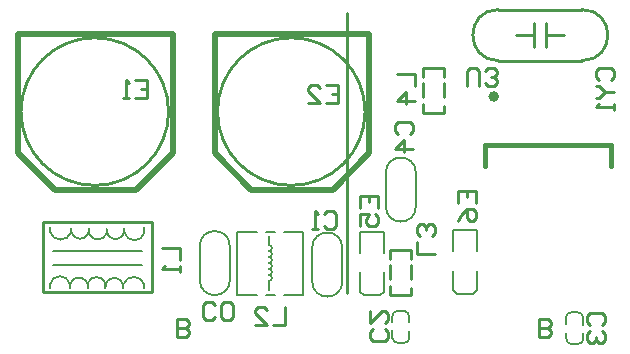
<source format=gbo>
G04*
G04 #@! TF.GenerationSoftware,Altium Limited,Altium Designer,19.0.4 (130)*
G04*
G04 Layer_Color=32896*
%FSTAX44Y44*%
%MOMM*%
G71*
G01*
G75*
%ADD10C,0.2540*%
%ADD41C,0.2000*%
%ADD42C,0.2032*%
%ADD43C,0.5000*%
%ADD44C,0.1270*%
%ADD45C,0.5080*%
%ADD46C,0.3810*%
D10*
X-002169Y0020955D02*
G03*
X-002169Y0020955I-000625J0D01*
G01*
X-0038327D02*
G03*
X-0038327Y0020955I-000625J0D01*
G01*
X-0003302Y0025273D02*
G03*
X-0003302Y0029591I0J0002159D01*
G01*
X-0010414D02*
G03*
X-0010414Y0025273I0J-0002159D01*
G01*
X-0023241Y0029337D02*
X-0023241Y0005588D01*
X-001778Y00054118D02*
X-001778Y00060468D01*
X-0019558Y00054118D02*
X-001778D01*
X-0019558D02*
Y00061738D01*
X-0019558Y00068088D02*
Y00079518D01*
X-001778Y00068088D02*
Y00079518D01*
X-001778Y00084598D02*
Y00092218D01*
X-0019558D02*
X-001778D01*
X-0019558Y00084598D02*
Y00092218D01*
X-00150126Y0020828D02*
X-00150126Y0021463D01*
X-00167906Y0020828D02*
X-00150126D01*
X-00167906D02*
Y002159D01*
X-00167906Y0022225D02*
Y0023368D01*
X-00150126Y0022225D02*
Y0023368D01*
X-00150126Y0023876D02*
Y0024638D01*
X-00167906D02*
X-00150126D01*
X-00167906Y0023876D02*
Y0024638D01*
X-00489204Y00056388D02*
X-00397256D01*
Y00116332D01*
X-00489204Y00056388D02*
Y00116332D01*
X-00397256D01*
X-000635Y0027432D02*
X-0004826D01*
X-000889D02*
X-0007366D01*
X-0007366Y0026416D02*
Y0028448D01*
X-000635Y0026416D02*
Y0028448D01*
X-0010414Y0029591D02*
X-0003302D01*
X-0010414Y0025273D02*
X-0003302D01*
X-0006985Y00034285D02*
Y0001905D01*
X-00062232D01*
X-00059693Y00021589D01*
Y00024128D01*
X-00062232Y00026667D01*
X-0006985D01*
X-00062232D01*
X-00059693Y00029207D01*
Y00031746D01*
X-00062232Y00034285D01*
X-0006985D01*
X-0037592D02*
Y0001905D01*
X-00368302D01*
X-00365763Y00021589D01*
Y00024128D01*
X-00368302Y00026667D01*
X-0037592D01*
X-00368302D01*
X-00365763Y00029207D01*
Y00031746D01*
X-00368302Y00034285D01*
X-0037592D01*
X-0013081Y00231145D02*
Y00243841D01*
X-00128271Y0024638D01*
X-00123193D01*
X-00120653Y00243841D01*
Y00231145D01*
X-00115575Y00233684D02*
X-00113036Y00231145D01*
X-00107957D01*
X-00105418Y00233684D01*
Y00236223D01*
X-00107957Y00238762D01*
X-00110497D01*
X-00107957D01*
X-00105418Y00241302D01*
Y00243841D01*
X-00107957Y0024638D01*
X-00113036D01*
X-00115575Y00243841D01*
X-00189492Y002413D02*
X-00174256D01*
Y00231143D01*
Y00218447D02*
X-00189492D01*
X-00181874Y00226065D01*
Y00215908D01*
X-00157485Y000889D02*
X-0017272D01*
Y00099057D01*
X-00160024Y00104135D02*
X-00157485Y00106674D01*
Y00111753D01*
X-00160024Y00114292D01*
X-00162563D01*
X-00165103Y00111753D01*
Y00109213D01*
Y00111753D01*
X-00167642Y00114292D01*
X-00170181D01*
X-0017272Y00111753D01*
Y00106674D01*
X-00170181Y00104135D01*
X-0028448Y00044445D02*
Y0002921D01*
X-00294637D01*
X-00309872D02*
X-00299715D01*
X-00309872Y00039367D01*
Y00041906D01*
X-00307333Y00044445D01*
X-00302254D01*
X-00299715Y00041906D01*
X-00388615Y00094434D02*
X-0037338D01*
Y00084278D01*
Y00079199D02*
Y00074121D01*
Y0007666D01*
X-00388615D01*
X-00386076Y00079199D01*
X-00138425Y00132083D02*
Y0014224D01*
X-0012319D01*
Y00132083D01*
X-00130808Y0014224D02*
Y00137162D01*
X-00138425Y00116848D02*
X-00135886Y00121927D01*
X-00130808Y00127005D01*
X-00125729D01*
X-0012319Y00124466D01*
Y00119387D01*
X-00125729Y00116848D01*
X-00128268D01*
X-00130808Y00119387D01*
Y00127005D01*
X-00220975Y00127916D02*
Y00138073D01*
X-0020574D01*
Y00127916D01*
X-00213358Y00138073D02*
Y00132994D01*
X-00220975Y00112681D02*
Y00122838D01*
X-00213358D01*
X-00215897Y00117759D01*
Y0011522D01*
X-00213358Y00112681D01*
X-00208279D01*
X-0020574Y0011522D01*
Y00120299D01*
X-00208279Y00122838D01*
X-00250187Y00232405D02*
X-0024003D01*
Y0021717D01*
X-00250187D01*
X-0024003Y00224788D02*
X-00245108D01*
X-00265422Y0021717D02*
X-00255265D01*
X-00265422Y00227327D01*
Y00229866D01*
X-00262883Y00232405D01*
X-00257804D01*
X-00255265Y00229866D01*
X-00411477Y00236215D02*
X-0040132D01*
Y0022098D01*
X-00411477D01*
X-0040132Y00228598D02*
X-00406398D01*
X-00416555Y0022098D02*
X-00421633D01*
X-00419094D01*
Y00236215D01*
X-00416555Y00233676D01*
X-00019046Y00236223D02*
X-00021585Y00238762D01*
Y00243841D01*
X-00019046Y0024638D01*
X-00008889D01*
X-0000635Y00243841D01*
Y00238762D01*
X-00008889Y00236223D01*
X-00021585Y00231145D02*
X-00019046D01*
X-00013967Y00226067D01*
X-00019046Y00220988D01*
X-00021585D01*
X-00013967Y00226067D02*
X-0000635D01*
Y0021591D02*
Y00210832D01*
Y00213371D01*
X-00021585D01*
X-00019046Y0021591D01*
X-0018943Y00190503D02*
X-0019197Y00193043D01*
Y00198121D01*
X-0018943Y0020066D01*
X-00179274D01*
X-00176734Y00198121D01*
Y00193043D01*
X-00179274Y00190503D01*
X-00176734Y00177807D02*
X-0019197D01*
X-00184352Y00185425D01*
Y00175268D01*
X-00026666Y00029213D02*
X-00029205Y00031753D01*
Y00036831D01*
X-00026666Y0003937D01*
X-00016509D01*
X-0001397Y00036831D01*
Y00031753D01*
X-00016509Y00029213D01*
X-00026666Y00024135D02*
X-00029205Y00021596D01*
Y00016517D01*
X-00026666Y00013978D01*
X-00024127D01*
X-00021588Y00016517D01*
Y00019057D01*
Y00016517D01*
X-00019048Y00013978D01*
X-00016509D01*
X-0001397Y00016517D01*
Y00021596D01*
X-00016509Y00024135D01*
X-0020041Y00025397D02*
X-00197871Y00022857D01*
Y00017779D01*
X-0020041Y0001524D01*
X-00210567D01*
X-00213106Y00017779D01*
Y00022857D01*
X-00210567Y00025397D01*
X-00213106Y00040632D02*
Y00030475D01*
X-00202949Y00040632D01*
X-0020041D01*
X-00197871Y00038093D01*
Y00033014D01*
X-0020041Y00030475D01*
X-00251781Y00122439D02*
X-00249242Y00124978D01*
X-00244164D01*
X-00241625Y00122439D01*
Y00112282D01*
X-00244164Y00109743D01*
X-00249242D01*
X-00251781Y00112282D01*
X-0025686Y00109743D02*
X-00261938D01*
X-00259399D01*
Y00124978D01*
X-0025686Y00122439D01*
X-00344173Y00035564D02*
X-00346712Y00033025D01*
X-00351791D01*
X-0035433Y00035564D01*
Y00045721D01*
X-00351791Y0004826D01*
X-00346712D01*
X-00344173Y00045721D01*
X-00339095Y00035564D02*
X-00336556Y00033025D01*
X-00331477D01*
X-00328938Y00035564D01*
Y00045721D01*
X-00331477Y0004826D01*
X-00336556D01*
X-00339095Y00045721D01*
Y00035564D01*
D41*
X-00032258Y0003556D02*
G03*
X-00037084Y00039624I-00004445J-00000381D01*
G01*
X-00037084Y00012446D02*
G03*
X-00032004Y0001778I-00000127J00005207D01*
G01*
X-00046482Y0001778D02*
G03*
X-00042164Y00012446I00004826J-00000508D01*
G01*
X-00042164Y00039624D02*
G03*
X-00046736Y0003556I-00000254J-00004318D01*
G01*
X-00193802Y0001778D02*
G03*
X-00188976Y00013716I00004445J00000381D01*
G01*
X-00188976Y00040894D02*
G03*
X-00194056Y0003556I00000127J-00005207D01*
G01*
X-00179578Y0003556D02*
G03*
X-00183896Y00040894I-00004826J00000508D01*
G01*
X-00183896Y00013716D02*
G03*
X-00179324Y0001778I00000254J00004318D01*
G01*
X-00331465Y0009568D02*
G03*
X-00356875Y0009568I-00012705J0D01*
G01*
Y0006688D02*
G03*
X-00331465Y0006688I00012705J0D01*
G01*
X-00236215Y0009441D02*
G03*
X-00261625Y0009441I-00012705J0D01*
G01*
Y0006561D02*
G03*
X-00236215Y0006561I00012705J0D01*
G01*
X-00173985Y0015791D02*
G03*
X-00199395Y0015791I-00012705J0D01*
G01*
Y0012911D02*
G03*
X-00173985Y0012911I00012705J0D01*
G01*
X-00125222Y00055118D02*
X-0012192Y0005842D01*
X-00138938Y00055118D02*
X-00125222D01*
X-0012192Y0005842D02*
Y0007493D01*
X-0014224Y0005842D02*
X-00138938Y00055118D01*
X-0014224Y0007493D02*
X-0014224Y0005842D01*
X-0012192Y0009144D02*
X-0012192Y0010922D01*
X-0014224Y0010922D02*
X-0012192Y0010922D01*
X-0014224Y0010922D02*
X-0014224Y0009144D01*
X-00046482Y0001778D02*
X-00046482Y00022352D01*
X-00042164Y00012446D02*
X-00037084Y00012446D01*
X-00032004Y0001778D02*
Y00021844D01*
X-00032258Y0003556D02*
X-00032258Y00028956D01*
X-00042164Y00039624D02*
X-00037084D01*
X-00046736Y00029718D02*
Y0003556D01*
X-00179578Y00030988D02*
X-00179578Y0003556D01*
X-00188976Y00040894D02*
X-00183896D01*
X-00194056Y00031496D02*
Y0003556D01*
X-00193802Y00024384D02*
X-00193802Y0001778D01*
X-00188976Y00013716D02*
X-00183896D01*
X-00179324Y0001778D02*
Y00023622D01*
X-00331475Y0006688D02*
Y0009568D01*
X-00356875Y0006688D02*
Y0009568D01*
X-00236225Y0006561D02*
Y0009441D01*
X-00261625Y0006561D02*
Y0009441D01*
X-00173995Y0012911D02*
Y0015791D01*
X-00199395Y0012911D02*
Y0015791D01*
X-0022098Y0009017D02*
Y0010795D01*
X-0020066D01*
Y0009017D02*
Y0010795D01*
X-0022098Y0005715D02*
Y0007366D01*
Y0005715D02*
X-00217678Y00053848D01*
X-0020066Y0005715D02*
Y0007366D01*
X-00217678Y00053848D02*
X-00203962D01*
X-0020066Y0005715D01*
D42*
X-00298449Y00066039D02*
G03*
X-00298449Y00071119I0J0000254D01*
G01*
Y00091439D02*
G03*
X-00298449Y00096519I0J0000254D01*
G01*
Y00076199D02*
G03*
X-00298449Y00081279I0J0000254D01*
G01*
D02*
G03*
X-00298449Y00086359I0J0000254D01*
G01*
Y00071119D02*
G03*
X-00298449Y00076199I0J0000254D01*
G01*
Y00086359D02*
G03*
X-00298449Y00091439I0J0000254D01*
G01*
X-0032512Y0005461D02*
X-0030861D01*
X-0032512D02*
Y0010795D01*
X-0030861D01*
X-0028575D02*
X-0026924D01*
Y0005461D02*
Y0010795D01*
X-0028575Y0005461D02*
X-0026924D01*
X-00298449Y00096519D02*
Y0010414D01*
Y0005842D02*
Y00066039D01*
X-0030099Y0005461D02*
X-0029337D01*
X-0030099Y0010795D02*
X-0029337D01*
D43*
X-0010595Y0022225D02*
G03*
X-0010595Y0022225I-00002J0D01*
G01*
D44*
X-0048374Y00107602D02*
G03*
X-00465741Y00107586I00009002J00002995D01*
G01*
X-00465738Y00110344D02*
G03*
X-00450738Y00110344I000075J-00000828D01*
G01*
X-0045074Y00106349D02*
G03*
X-00435741Y00106336I00007502J00002895D01*
G01*
X-00435738Y00110344D02*
G03*
X-00420738Y00110344I000075J-00001094D01*
G01*
X-00420738Y00107339D02*
G03*
X-00403738Y00107339I000085J000019D01*
G01*
X-00403738Y00063092D02*
G03*
X-00421738Y00063092I-00009J-00003011D01*
G01*
X-00421738Y00060344D02*
G03*
X-00436738Y00060344I-000075J00000828D01*
G01*
X-00436736Y00064339D02*
G03*
X-00451735Y00064352I-00007502J-00002895D01*
G01*
X-00451738Y00060344D02*
G03*
X-00466738Y00060344I-000075J00001094D01*
G01*
Y00063349D02*
G03*
X-00483738Y00063349I-000085J-000019D01*
G01*
Y00107596D02*
Y00112014D01*
X-00465738Y00107596D02*
Y00110344D01*
X-00450738Y00106344D02*
Y00110344D01*
X-00435738Y00106344D02*
Y00110344D01*
X-00420738Y00107339D02*
Y00110344D01*
X-00403738Y00107339D02*
Y00112014D01*
X-00480738Y00091344D02*
X-00405738D01*
X-00480738Y00079344D02*
X-00405738D01*
X-00403738Y00059944D02*
Y00063092D01*
X-00421738Y00060344D02*
Y00063092D01*
X-00436738Y00060344D02*
Y00064344D01*
X-00451738Y00060344D02*
Y00064344D01*
X-00466738Y00060344D02*
Y00063349D01*
X-00483738Y00059944D02*
Y00063349D01*
D45*
X-003444Y0027555D02*
X-002134D01*
X-002444Y0014355D02*
X-002134Y0017455D01*
X-003444D02*
Y0027555D01*
Y0017455D02*
X-003134Y0014355D01*
X-002134Y0017455D02*
Y0027555D01*
X-003134Y0014355D02*
X-002444D01*
X-0051077Y0027555D02*
X-0037977D01*
X-0041077Y0014355D02*
X-0037977Y0017455D01*
X-0051077D02*
Y0027555D01*
Y0017455D02*
X-0047977Y0014355D01*
X-0037977Y0017455D02*
Y0027555D01*
X-0047977Y0014355D02*
X-0041077D01*
D46*
X-0000889Y0016383D02*
Y0018161D01*
X-0011557D02*
X-0000889D01*
X-0011557Y0016383D02*
Y0018161D01*
M02*

</source>
